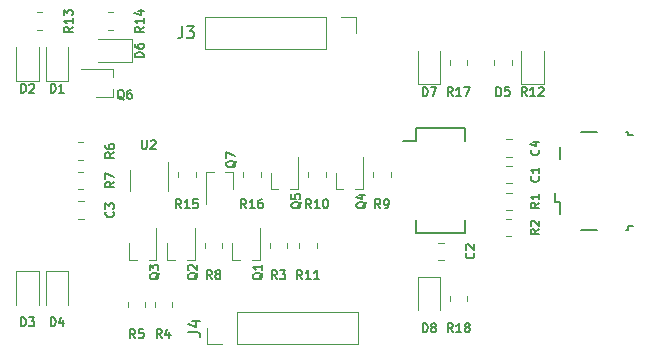
<source format=gbr>
%TF.GenerationSoftware,KiCad,Pcbnew,(6.0.7)*%
%TF.CreationDate,2023-04-03T16:37:46-04:00*%
%TF.ProjectId,minirib-usb,6d696e69-7269-4622-9d75-73622e6b6963,D*%
%TF.SameCoordinates,Original*%
%TF.FileFunction,Legend,Top*%
%TF.FilePolarity,Positive*%
%FSLAX46Y46*%
G04 Gerber Fmt 4.6, Leading zero omitted, Abs format (unit mm)*
G04 Created by KiCad (PCBNEW (6.0.7)) date 2023-04-03 16:37:46*
%MOMM*%
%LPD*%
G01*
G04 APERTURE LIST*
%ADD10C,0.150000*%
%ADD11C,0.120000*%
G04 APERTURE END LIST*
D10*
%TO.C,R10*%
X132517857Y-107339285D02*
X132267857Y-106982142D01*
X132089285Y-107339285D02*
X132089285Y-106589285D01*
X132375000Y-106589285D01*
X132446428Y-106625000D01*
X132482142Y-106660714D01*
X132517857Y-106732142D01*
X132517857Y-106839285D01*
X132482142Y-106910714D01*
X132446428Y-106946428D01*
X132375000Y-106982142D01*
X132089285Y-106982142D01*
X133232142Y-107339285D02*
X132803571Y-107339285D01*
X133017857Y-107339285D02*
X133017857Y-106589285D01*
X132946428Y-106696428D01*
X132875000Y-106767857D01*
X132803571Y-106803571D01*
X133696428Y-106589285D02*
X133767857Y-106589285D01*
X133839285Y-106625000D01*
X133875000Y-106660714D01*
X133910714Y-106732142D01*
X133946428Y-106875000D01*
X133946428Y-107053571D01*
X133910714Y-107196428D01*
X133875000Y-107267857D01*
X133839285Y-107303571D01*
X133767857Y-107339285D01*
X133696428Y-107339285D01*
X133625000Y-107303571D01*
X133589285Y-107267857D01*
X133553571Y-107196428D01*
X133517857Y-107053571D01*
X133517857Y-106875000D01*
X133553571Y-106732142D01*
X133589285Y-106660714D01*
X133625000Y-106625000D01*
X133696428Y-106589285D01*
%TO.C,D3*%
X107946428Y-117339285D02*
X107946428Y-116589285D01*
X108125000Y-116589285D01*
X108232142Y-116625000D01*
X108303571Y-116696428D01*
X108339285Y-116767857D01*
X108375000Y-116910714D01*
X108375000Y-117017857D01*
X108339285Y-117160714D01*
X108303571Y-117232142D01*
X108232142Y-117303571D01*
X108125000Y-117339285D01*
X107946428Y-117339285D01*
X108625000Y-116589285D02*
X109089285Y-116589285D01*
X108839285Y-116875000D01*
X108946428Y-116875000D01*
X109017857Y-116910714D01*
X109053571Y-116946428D01*
X109089285Y-117017857D01*
X109089285Y-117196428D01*
X109053571Y-117267857D01*
X109017857Y-117303571D01*
X108946428Y-117339285D01*
X108732142Y-117339285D01*
X108660714Y-117303571D01*
X108625000Y-117267857D01*
%TO.C,R3*%
X129625000Y-113339285D02*
X129375000Y-112982142D01*
X129196428Y-113339285D02*
X129196428Y-112589285D01*
X129482142Y-112589285D01*
X129553571Y-112625000D01*
X129589285Y-112660714D01*
X129625000Y-112732142D01*
X129625000Y-112839285D01*
X129589285Y-112910714D01*
X129553571Y-112946428D01*
X129482142Y-112982142D01*
X129196428Y-112982142D01*
X129875000Y-112589285D02*
X130339285Y-112589285D01*
X130089285Y-112875000D01*
X130196428Y-112875000D01*
X130267857Y-112910714D01*
X130303571Y-112946428D01*
X130339285Y-113017857D01*
X130339285Y-113196428D01*
X130303571Y-113267857D01*
X130267857Y-113303571D01*
X130196428Y-113339285D01*
X129982142Y-113339285D01*
X129910714Y-113303571D01*
X129875000Y-113267857D01*
%TO.C,J4*%
X122122380Y-117833333D02*
X122836666Y-117833333D01*
X122979523Y-117880952D01*
X123074761Y-117976190D01*
X123122380Y-118119047D01*
X123122380Y-118214285D01*
X122455714Y-116928571D02*
X123122380Y-116928571D01*
X122074761Y-117166666D02*
X122789047Y-117404761D01*
X122789047Y-116785714D01*
%TO.C,R1*%
X151839285Y-106875000D02*
X151482142Y-107125000D01*
X151839285Y-107303571D02*
X151089285Y-107303571D01*
X151089285Y-107017857D01*
X151125000Y-106946428D01*
X151160714Y-106910714D01*
X151232142Y-106875000D01*
X151339285Y-106875000D01*
X151410714Y-106910714D01*
X151446428Y-106946428D01*
X151482142Y-107017857D01*
X151482142Y-107303571D01*
X151839285Y-106160714D02*
X151839285Y-106589285D01*
X151839285Y-106375000D02*
X151089285Y-106375000D01*
X151196428Y-106446428D01*
X151267857Y-106517857D01*
X151303571Y-106589285D01*
%TO.C,R14*%
X118339285Y-91982142D02*
X117982142Y-92232142D01*
X118339285Y-92410714D02*
X117589285Y-92410714D01*
X117589285Y-92125000D01*
X117625000Y-92053571D01*
X117660714Y-92017857D01*
X117732142Y-91982142D01*
X117839285Y-91982142D01*
X117910714Y-92017857D01*
X117946428Y-92053571D01*
X117982142Y-92125000D01*
X117982142Y-92410714D01*
X118339285Y-91267857D02*
X118339285Y-91696428D01*
X118339285Y-91482142D02*
X117589285Y-91482142D01*
X117696428Y-91553571D01*
X117767857Y-91625000D01*
X117803571Y-91696428D01*
X117839285Y-90625000D02*
X118339285Y-90625000D01*
X117553571Y-90803571D02*
X118089285Y-90982142D01*
X118089285Y-90517857D01*
%TO.C,D7*%
X141946428Y-97839285D02*
X141946428Y-97089285D01*
X142125000Y-97089285D01*
X142232142Y-97125000D01*
X142303571Y-97196428D01*
X142339285Y-97267857D01*
X142375000Y-97410714D01*
X142375000Y-97517857D01*
X142339285Y-97660714D01*
X142303571Y-97732142D01*
X142232142Y-97803571D01*
X142125000Y-97839285D01*
X141946428Y-97839285D01*
X142625000Y-97089285D02*
X143125000Y-97089285D01*
X142803571Y-97839285D01*
%TO.C,U2*%
X118178571Y-101589285D02*
X118178571Y-102196428D01*
X118214285Y-102267857D01*
X118250000Y-102303571D01*
X118321428Y-102339285D01*
X118464285Y-102339285D01*
X118535714Y-102303571D01*
X118571428Y-102267857D01*
X118607142Y-102196428D01*
X118607142Y-101589285D01*
X118928571Y-101660714D02*
X118964285Y-101625000D01*
X119035714Y-101589285D01*
X119214285Y-101589285D01*
X119285714Y-101625000D01*
X119321428Y-101660714D01*
X119357142Y-101732142D01*
X119357142Y-101803571D01*
X119321428Y-101910714D01*
X118892857Y-102339285D01*
X119357142Y-102339285D01*
%TO.C,R13*%
X112339285Y-91982142D02*
X111982142Y-92232142D01*
X112339285Y-92410714D02*
X111589285Y-92410714D01*
X111589285Y-92125000D01*
X111625000Y-92053571D01*
X111660714Y-92017857D01*
X111732142Y-91982142D01*
X111839285Y-91982142D01*
X111910714Y-92017857D01*
X111946428Y-92053571D01*
X111982142Y-92125000D01*
X111982142Y-92410714D01*
X112339285Y-91267857D02*
X112339285Y-91696428D01*
X112339285Y-91482142D02*
X111589285Y-91482142D01*
X111696428Y-91553571D01*
X111767857Y-91625000D01*
X111803571Y-91696428D01*
X111589285Y-91017857D02*
X111589285Y-90553571D01*
X111875000Y-90803571D01*
X111875000Y-90696428D01*
X111910714Y-90625000D01*
X111946428Y-90589285D01*
X112017857Y-90553571D01*
X112196428Y-90553571D01*
X112267857Y-90589285D01*
X112303571Y-90625000D01*
X112339285Y-90696428D01*
X112339285Y-90910714D01*
X112303571Y-90982142D01*
X112267857Y-91017857D01*
%TO.C,Q2*%
X122910714Y-112821428D02*
X122875000Y-112892857D01*
X122803571Y-112964285D01*
X122696428Y-113071428D01*
X122660714Y-113142857D01*
X122660714Y-113214285D01*
X122839285Y-113178571D02*
X122803571Y-113250000D01*
X122732142Y-113321428D01*
X122589285Y-113357142D01*
X122339285Y-113357142D01*
X122196428Y-113321428D01*
X122125000Y-113250000D01*
X122089285Y-113178571D01*
X122089285Y-113035714D01*
X122125000Y-112964285D01*
X122196428Y-112892857D01*
X122339285Y-112857142D01*
X122589285Y-112857142D01*
X122732142Y-112892857D01*
X122803571Y-112964285D01*
X122839285Y-113035714D01*
X122839285Y-113178571D01*
X122160714Y-112571428D02*
X122125000Y-112535714D01*
X122089285Y-112464285D01*
X122089285Y-112285714D01*
X122125000Y-112214285D01*
X122160714Y-112178571D01*
X122232142Y-112142857D01*
X122303571Y-112142857D01*
X122410714Y-112178571D01*
X122839285Y-112607142D01*
X122839285Y-112142857D01*
%TO.C,D4*%
X110446428Y-117339285D02*
X110446428Y-116589285D01*
X110625000Y-116589285D01*
X110732142Y-116625000D01*
X110803571Y-116696428D01*
X110839285Y-116767857D01*
X110875000Y-116910714D01*
X110875000Y-117017857D01*
X110839285Y-117160714D01*
X110803571Y-117232142D01*
X110732142Y-117303571D01*
X110625000Y-117339285D01*
X110446428Y-117339285D01*
X111517857Y-116839285D02*
X111517857Y-117339285D01*
X111339285Y-116553571D02*
X111160714Y-117089285D01*
X111625000Y-117089285D01*
%TO.C,C2*%
X146267857Y-111125000D02*
X146303571Y-111160714D01*
X146339285Y-111267857D01*
X146339285Y-111339285D01*
X146303571Y-111446428D01*
X146232142Y-111517857D01*
X146160714Y-111553571D01*
X146017857Y-111589285D01*
X145910714Y-111589285D01*
X145767857Y-111553571D01*
X145696428Y-111517857D01*
X145625000Y-111446428D01*
X145589285Y-111339285D01*
X145589285Y-111267857D01*
X145625000Y-111160714D01*
X145660714Y-111125000D01*
X145660714Y-110839285D02*
X145625000Y-110803571D01*
X145589285Y-110732142D01*
X145589285Y-110553571D01*
X145625000Y-110482142D01*
X145660714Y-110446428D01*
X145732142Y-110410714D01*
X145803571Y-110410714D01*
X145910714Y-110446428D01*
X146339285Y-110875000D01*
X146339285Y-110410714D01*
%TO.C,R15*%
X121517857Y-107339285D02*
X121267857Y-106982142D01*
X121089285Y-107339285D02*
X121089285Y-106589285D01*
X121375000Y-106589285D01*
X121446428Y-106625000D01*
X121482142Y-106660714D01*
X121517857Y-106732142D01*
X121517857Y-106839285D01*
X121482142Y-106910714D01*
X121446428Y-106946428D01*
X121375000Y-106982142D01*
X121089285Y-106982142D01*
X122232142Y-107339285D02*
X121803571Y-107339285D01*
X122017857Y-107339285D02*
X122017857Y-106589285D01*
X121946428Y-106696428D01*
X121875000Y-106767857D01*
X121803571Y-106803571D01*
X122910714Y-106589285D02*
X122553571Y-106589285D01*
X122517857Y-106946428D01*
X122553571Y-106910714D01*
X122625000Y-106875000D01*
X122803571Y-106875000D01*
X122875000Y-106910714D01*
X122910714Y-106946428D01*
X122946428Y-107017857D01*
X122946428Y-107196428D01*
X122910714Y-107267857D01*
X122875000Y-107303571D01*
X122803571Y-107339285D01*
X122625000Y-107339285D01*
X122553571Y-107303571D01*
X122517857Y-107267857D01*
%TO.C,R7*%
X115839285Y-105125000D02*
X115482142Y-105375000D01*
X115839285Y-105553571D02*
X115089285Y-105553571D01*
X115089285Y-105267857D01*
X115125000Y-105196428D01*
X115160714Y-105160714D01*
X115232142Y-105125000D01*
X115339285Y-105125000D01*
X115410714Y-105160714D01*
X115446428Y-105196428D01*
X115482142Y-105267857D01*
X115482142Y-105553571D01*
X115089285Y-104875000D02*
X115089285Y-104375000D01*
X115839285Y-104696428D01*
%TO.C,R6*%
X115839285Y-102625000D02*
X115482142Y-102875000D01*
X115839285Y-103053571D02*
X115089285Y-103053571D01*
X115089285Y-102767857D01*
X115125000Y-102696428D01*
X115160714Y-102660714D01*
X115232142Y-102625000D01*
X115339285Y-102625000D01*
X115410714Y-102660714D01*
X115446428Y-102696428D01*
X115482142Y-102767857D01*
X115482142Y-103053571D01*
X115089285Y-101982142D02*
X115089285Y-102125000D01*
X115125000Y-102196428D01*
X115160714Y-102232142D01*
X115267857Y-102303571D01*
X115410714Y-102339285D01*
X115696428Y-102339285D01*
X115767857Y-102303571D01*
X115803571Y-102267857D01*
X115839285Y-102196428D01*
X115839285Y-102053571D01*
X115803571Y-101982142D01*
X115767857Y-101946428D01*
X115696428Y-101910714D01*
X115517857Y-101910714D01*
X115446428Y-101946428D01*
X115410714Y-101982142D01*
X115375000Y-102053571D01*
X115375000Y-102196428D01*
X115410714Y-102267857D01*
X115446428Y-102303571D01*
X115517857Y-102339285D01*
%TO.C,R5*%
X117625000Y-118339285D02*
X117375000Y-117982142D01*
X117196428Y-118339285D02*
X117196428Y-117589285D01*
X117482142Y-117589285D01*
X117553571Y-117625000D01*
X117589285Y-117660714D01*
X117625000Y-117732142D01*
X117625000Y-117839285D01*
X117589285Y-117910714D01*
X117553571Y-117946428D01*
X117482142Y-117982142D01*
X117196428Y-117982142D01*
X118303571Y-117589285D02*
X117946428Y-117589285D01*
X117910714Y-117946428D01*
X117946428Y-117910714D01*
X118017857Y-117875000D01*
X118196428Y-117875000D01*
X118267857Y-117910714D01*
X118303571Y-117946428D01*
X118339285Y-118017857D01*
X118339285Y-118196428D01*
X118303571Y-118267857D01*
X118267857Y-118303571D01*
X118196428Y-118339285D01*
X118017857Y-118339285D01*
X117946428Y-118303571D01*
X117910714Y-118267857D01*
%TO.C,D6*%
X118339285Y-94553571D02*
X117589285Y-94553571D01*
X117589285Y-94375000D01*
X117625000Y-94267857D01*
X117696428Y-94196428D01*
X117767857Y-94160714D01*
X117910714Y-94125000D01*
X118017857Y-94125000D01*
X118160714Y-94160714D01*
X118232142Y-94196428D01*
X118303571Y-94267857D01*
X118339285Y-94375000D01*
X118339285Y-94553571D01*
X117589285Y-93482142D02*
X117589285Y-93625000D01*
X117625000Y-93696428D01*
X117660714Y-93732142D01*
X117767857Y-93803571D01*
X117910714Y-93839285D01*
X118196428Y-93839285D01*
X118267857Y-93803571D01*
X118303571Y-93767857D01*
X118339285Y-93696428D01*
X118339285Y-93553571D01*
X118303571Y-93482142D01*
X118267857Y-93446428D01*
X118196428Y-93410714D01*
X118017857Y-93410714D01*
X117946428Y-93446428D01*
X117910714Y-93482142D01*
X117875000Y-93553571D01*
X117875000Y-93696428D01*
X117910714Y-93767857D01*
X117946428Y-93803571D01*
X118017857Y-93839285D01*
%TO.C,R12*%
X150767857Y-97839285D02*
X150517857Y-97482142D01*
X150339285Y-97839285D02*
X150339285Y-97089285D01*
X150625000Y-97089285D01*
X150696428Y-97125000D01*
X150732142Y-97160714D01*
X150767857Y-97232142D01*
X150767857Y-97339285D01*
X150732142Y-97410714D01*
X150696428Y-97446428D01*
X150625000Y-97482142D01*
X150339285Y-97482142D01*
X151482142Y-97839285D02*
X151053571Y-97839285D01*
X151267857Y-97839285D02*
X151267857Y-97089285D01*
X151196428Y-97196428D01*
X151125000Y-97267857D01*
X151053571Y-97303571D01*
X151767857Y-97160714D02*
X151803571Y-97125000D01*
X151875000Y-97089285D01*
X152053571Y-97089285D01*
X152125000Y-97125000D01*
X152160714Y-97160714D01*
X152196428Y-97232142D01*
X152196428Y-97303571D01*
X152160714Y-97410714D01*
X151732142Y-97839285D01*
X152196428Y-97839285D01*
%TO.C,R16*%
X127017857Y-107339285D02*
X126767857Y-106982142D01*
X126589285Y-107339285D02*
X126589285Y-106589285D01*
X126875000Y-106589285D01*
X126946428Y-106625000D01*
X126982142Y-106660714D01*
X127017857Y-106732142D01*
X127017857Y-106839285D01*
X126982142Y-106910714D01*
X126946428Y-106946428D01*
X126875000Y-106982142D01*
X126589285Y-106982142D01*
X127732142Y-107339285D02*
X127303571Y-107339285D01*
X127517857Y-107339285D02*
X127517857Y-106589285D01*
X127446428Y-106696428D01*
X127375000Y-106767857D01*
X127303571Y-106803571D01*
X128375000Y-106589285D02*
X128232142Y-106589285D01*
X128160714Y-106625000D01*
X128125000Y-106660714D01*
X128053571Y-106767857D01*
X128017857Y-106910714D01*
X128017857Y-107196428D01*
X128053571Y-107267857D01*
X128089285Y-107303571D01*
X128160714Y-107339285D01*
X128303571Y-107339285D01*
X128375000Y-107303571D01*
X128410714Y-107267857D01*
X128446428Y-107196428D01*
X128446428Y-107017857D01*
X128410714Y-106946428D01*
X128375000Y-106910714D01*
X128303571Y-106875000D01*
X128160714Y-106875000D01*
X128089285Y-106910714D01*
X128053571Y-106946428D01*
X128017857Y-107017857D01*
%TO.C,C3*%
X115767857Y-107625000D02*
X115803571Y-107660714D01*
X115839285Y-107767857D01*
X115839285Y-107839285D01*
X115803571Y-107946428D01*
X115732142Y-108017857D01*
X115660714Y-108053571D01*
X115517857Y-108089285D01*
X115410714Y-108089285D01*
X115267857Y-108053571D01*
X115196428Y-108017857D01*
X115125000Y-107946428D01*
X115089285Y-107839285D01*
X115089285Y-107767857D01*
X115125000Y-107660714D01*
X115160714Y-107625000D01*
X115089285Y-107375000D02*
X115089285Y-106910714D01*
X115375000Y-107160714D01*
X115375000Y-107053571D01*
X115410714Y-106982142D01*
X115446428Y-106946428D01*
X115517857Y-106910714D01*
X115696428Y-106910714D01*
X115767857Y-106946428D01*
X115803571Y-106982142D01*
X115839285Y-107053571D01*
X115839285Y-107267857D01*
X115803571Y-107339285D01*
X115767857Y-107375000D01*
%TO.C,R2*%
X151839285Y-109125000D02*
X151482142Y-109375000D01*
X151839285Y-109553571D02*
X151089285Y-109553571D01*
X151089285Y-109267857D01*
X151125000Y-109196428D01*
X151160714Y-109160714D01*
X151232142Y-109125000D01*
X151339285Y-109125000D01*
X151410714Y-109160714D01*
X151446428Y-109196428D01*
X151482142Y-109267857D01*
X151482142Y-109553571D01*
X151160714Y-108839285D02*
X151125000Y-108803571D01*
X151089285Y-108732142D01*
X151089285Y-108553571D01*
X151125000Y-108482142D01*
X151160714Y-108446428D01*
X151232142Y-108410714D01*
X151303571Y-108410714D01*
X151410714Y-108446428D01*
X151839285Y-108875000D01*
X151839285Y-108410714D01*
%TO.C,R11*%
X131767857Y-113339285D02*
X131517857Y-112982142D01*
X131339285Y-113339285D02*
X131339285Y-112589285D01*
X131625000Y-112589285D01*
X131696428Y-112625000D01*
X131732142Y-112660714D01*
X131767857Y-112732142D01*
X131767857Y-112839285D01*
X131732142Y-112910714D01*
X131696428Y-112946428D01*
X131625000Y-112982142D01*
X131339285Y-112982142D01*
X132482142Y-113339285D02*
X132053571Y-113339285D01*
X132267857Y-113339285D02*
X132267857Y-112589285D01*
X132196428Y-112696428D01*
X132125000Y-112767857D01*
X132053571Y-112803571D01*
X133196428Y-113339285D02*
X132767857Y-113339285D01*
X132982142Y-113339285D02*
X132982142Y-112589285D01*
X132910714Y-112696428D01*
X132839285Y-112767857D01*
X132767857Y-112803571D01*
%TO.C,R18*%
X144517857Y-117839285D02*
X144267857Y-117482142D01*
X144089285Y-117839285D02*
X144089285Y-117089285D01*
X144375000Y-117089285D01*
X144446428Y-117125000D01*
X144482142Y-117160714D01*
X144517857Y-117232142D01*
X144517857Y-117339285D01*
X144482142Y-117410714D01*
X144446428Y-117446428D01*
X144375000Y-117482142D01*
X144089285Y-117482142D01*
X145232142Y-117839285D02*
X144803571Y-117839285D01*
X145017857Y-117839285D02*
X145017857Y-117089285D01*
X144946428Y-117196428D01*
X144875000Y-117267857D01*
X144803571Y-117303571D01*
X145660714Y-117410714D02*
X145589285Y-117375000D01*
X145553571Y-117339285D01*
X145517857Y-117267857D01*
X145517857Y-117232142D01*
X145553571Y-117160714D01*
X145589285Y-117125000D01*
X145660714Y-117089285D01*
X145803571Y-117089285D01*
X145875000Y-117125000D01*
X145910714Y-117160714D01*
X145946428Y-117232142D01*
X145946428Y-117267857D01*
X145910714Y-117339285D01*
X145875000Y-117375000D01*
X145803571Y-117410714D01*
X145660714Y-117410714D01*
X145589285Y-117446428D01*
X145553571Y-117482142D01*
X145517857Y-117553571D01*
X145517857Y-117696428D01*
X145553571Y-117767857D01*
X145589285Y-117803571D01*
X145660714Y-117839285D01*
X145803571Y-117839285D01*
X145875000Y-117803571D01*
X145910714Y-117767857D01*
X145946428Y-117696428D01*
X145946428Y-117553571D01*
X145910714Y-117482142D01*
X145875000Y-117446428D01*
X145803571Y-117410714D01*
%TO.C,Q3*%
X119660714Y-112821428D02*
X119625000Y-112892857D01*
X119553571Y-112964285D01*
X119446428Y-113071428D01*
X119410714Y-113142857D01*
X119410714Y-113214285D01*
X119589285Y-113178571D02*
X119553571Y-113250000D01*
X119482142Y-113321428D01*
X119339285Y-113357142D01*
X119089285Y-113357142D01*
X118946428Y-113321428D01*
X118875000Y-113250000D01*
X118839285Y-113178571D01*
X118839285Y-113035714D01*
X118875000Y-112964285D01*
X118946428Y-112892857D01*
X119089285Y-112857142D01*
X119339285Y-112857142D01*
X119482142Y-112892857D01*
X119553571Y-112964285D01*
X119589285Y-113035714D01*
X119589285Y-113178571D01*
X118839285Y-112607142D02*
X118839285Y-112142857D01*
X119125000Y-112392857D01*
X119125000Y-112285714D01*
X119160714Y-112214285D01*
X119196428Y-112178571D01*
X119267857Y-112142857D01*
X119446428Y-112142857D01*
X119517857Y-112178571D01*
X119553571Y-112214285D01*
X119589285Y-112285714D01*
X119589285Y-112500000D01*
X119553571Y-112571428D01*
X119517857Y-112607142D01*
%TO.C,C1*%
X151767857Y-104625000D02*
X151803571Y-104660714D01*
X151839285Y-104767857D01*
X151839285Y-104839285D01*
X151803571Y-104946428D01*
X151732142Y-105017857D01*
X151660714Y-105053571D01*
X151517857Y-105089285D01*
X151410714Y-105089285D01*
X151267857Y-105053571D01*
X151196428Y-105017857D01*
X151125000Y-104946428D01*
X151089285Y-104839285D01*
X151089285Y-104767857D01*
X151125000Y-104660714D01*
X151160714Y-104625000D01*
X151839285Y-103910714D02*
X151839285Y-104339285D01*
X151839285Y-104125000D02*
X151089285Y-104125000D01*
X151196428Y-104196428D01*
X151267857Y-104267857D01*
X151303571Y-104339285D01*
%TO.C,J3*%
X121591666Y-91952380D02*
X121591666Y-92666666D01*
X121544047Y-92809523D01*
X121448809Y-92904761D01*
X121305952Y-92952380D01*
X121210714Y-92952380D01*
X121972619Y-91952380D02*
X122591666Y-91952380D01*
X122258333Y-92333333D01*
X122401190Y-92333333D01*
X122496428Y-92380952D01*
X122544047Y-92428571D01*
X122591666Y-92523809D01*
X122591666Y-92761904D01*
X122544047Y-92857142D01*
X122496428Y-92904761D01*
X122401190Y-92952380D01*
X122115476Y-92952380D01*
X122020238Y-92904761D01*
X121972619Y-92857142D01*
%TO.C,Q1*%
X128410714Y-112821428D02*
X128375000Y-112892857D01*
X128303571Y-112964285D01*
X128196428Y-113071428D01*
X128160714Y-113142857D01*
X128160714Y-113214285D01*
X128339285Y-113178571D02*
X128303571Y-113250000D01*
X128232142Y-113321428D01*
X128089285Y-113357142D01*
X127839285Y-113357142D01*
X127696428Y-113321428D01*
X127625000Y-113250000D01*
X127589285Y-113178571D01*
X127589285Y-113035714D01*
X127625000Y-112964285D01*
X127696428Y-112892857D01*
X127839285Y-112857142D01*
X128089285Y-112857142D01*
X128232142Y-112892857D01*
X128303571Y-112964285D01*
X128339285Y-113035714D01*
X128339285Y-113178571D01*
X128339285Y-112142857D02*
X128339285Y-112571428D01*
X128339285Y-112357142D02*
X127589285Y-112357142D01*
X127696428Y-112428571D01*
X127767857Y-112500000D01*
X127803571Y-112571428D01*
%TO.C,R17*%
X144517857Y-97839285D02*
X144267857Y-97482142D01*
X144089285Y-97839285D02*
X144089285Y-97089285D01*
X144375000Y-97089285D01*
X144446428Y-97125000D01*
X144482142Y-97160714D01*
X144517857Y-97232142D01*
X144517857Y-97339285D01*
X144482142Y-97410714D01*
X144446428Y-97446428D01*
X144375000Y-97482142D01*
X144089285Y-97482142D01*
X145232142Y-97839285D02*
X144803571Y-97839285D01*
X145017857Y-97839285D02*
X145017857Y-97089285D01*
X144946428Y-97196428D01*
X144875000Y-97267857D01*
X144803571Y-97303571D01*
X145482142Y-97089285D02*
X145982142Y-97089285D01*
X145660714Y-97839285D01*
%TO.C,D2*%
X107946428Y-97564285D02*
X107946428Y-96814285D01*
X108125000Y-96814285D01*
X108232142Y-96850000D01*
X108303571Y-96921428D01*
X108339285Y-96992857D01*
X108375000Y-97135714D01*
X108375000Y-97242857D01*
X108339285Y-97385714D01*
X108303571Y-97457142D01*
X108232142Y-97528571D01*
X108125000Y-97564285D01*
X107946428Y-97564285D01*
X108660714Y-96885714D02*
X108696428Y-96850000D01*
X108767857Y-96814285D01*
X108946428Y-96814285D01*
X109017857Y-96850000D01*
X109053571Y-96885714D01*
X109089285Y-96957142D01*
X109089285Y-97028571D01*
X109053571Y-97135714D01*
X108625000Y-97564285D01*
X109089285Y-97564285D01*
%TO.C,Q6*%
X116678571Y-98160714D02*
X116607142Y-98125000D01*
X116535714Y-98053571D01*
X116428571Y-97946428D01*
X116357142Y-97910714D01*
X116285714Y-97910714D01*
X116321428Y-98089285D02*
X116250000Y-98053571D01*
X116178571Y-97982142D01*
X116142857Y-97839285D01*
X116142857Y-97589285D01*
X116178571Y-97446428D01*
X116250000Y-97375000D01*
X116321428Y-97339285D01*
X116464285Y-97339285D01*
X116535714Y-97375000D01*
X116607142Y-97446428D01*
X116642857Y-97589285D01*
X116642857Y-97839285D01*
X116607142Y-97982142D01*
X116535714Y-98053571D01*
X116464285Y-98089285D01*
X116321428Y-98089285D01*
X117285714Y-97339285D02*
X117142857Y-97339285D01*
X117071428Y-97375000D01*
X117035714Y-97410714D01*
X116964285Y-97517857D01*
X116928571Y-97660714D01*
X116928571Y-97946428D01*
X116964285Y-98017857D01*
X117000000Y-98053571D01*
X117071428Y-98089285D01*
X117214285Y-98089285D01*
X117285714Y-98053571D01*
X117321428Y-98017857D01*
X117357142Y-97946428D01*
X117357142Y-97767857D01*
X117321428Y-97696428D01*
X117285714Y-97660714D01*
X117214285Y-97625000D01*
X117071428Y-97625000D01*
X117000000Y-97660714D01*
X116964285Y-97696428D01*
X116928571Y-97767857D01*
%TO.C,Q4*%
X137160714Y-106821428D02*
X137125000Y-106892857D01*
X137053571Y-106964285D01*
X136946428Y-107071428D01*
X136910714Y-107142857D01*
X136910714Y-107214285D01*
X137089285Y-107178571D02*
X137053571Y-107250000D01*
X136982142Y-107321428D01*
X136839285Y-107357142D01*
X136589285Y-107357142D01*
X136446428Y-107321428D01*
X136375000Y-107250000D01*
X136339285Y-107178571D01*
X136339285Y-107035714D01*
X136375000Y-106964285D01*
X136446428Y-106892857D01*
X136589285Y-106857142D01*
X136839285Y-106857142D01*
X136982142Y-106892857D01*
X137053571Y-106964285D01*
X137089285Y-107035714D01*
X137089285Y-107178571D01*
X136589285Y-106214285D02*
X137089285Y-106214285D01*
X136303571Y-106392857D02*
X136839285Y-106571428D01*
X136839285Y-106107142D01*
%TO.C,Q5*%
X131660714Y-106821428D02*
X131625000Y-106892857D01*
X131553571Y-106964285D01*
X131446428Y-107071428D01*
X131410714Y-107142857D01*
X131410714Y-107214285D01*
X131589285Y-107178571D02*
X131553571Y-107250000D01*
X131482142Y-107321428D01*
X131339285Y-107357142D01*
X131089285Y-107357142D01*
X130946428Y-107321428D01*
X130875000Y-107250000D01*
X130839285Y-107178571D01*
X130839285Y-107035714D01*
X130875000Y-106964285D01*
X130946428Y-106892857D01*
X131089285Y-106857142D01*
X131339285Y-106857142D01*
X131482142Y-106892857D01*
X131553571Y-106964285D01*
X131589285Y-107035714D01*
X131589285Y-107178571D01*
X130839285Y-106178571D02*
X130839285Y-106535714D01*
X131196428Y-106571428D01*
X131160714Y-106535714D01*
X131125000Y-106464285D01*
X131125000Y-106285714D01*
X131160714Y-106214285D01*
X131196428Y-106178571D01*
X131267857Y-106142857D01*
X131446428Y-106142857D01*
X131517857Y-106178571D01*
X131553571Y-106214285D01*
X131589285Y-106285714D01*
X131589285Y-106464285D01*
X131553571Y-106535714D01*
X131517857Y-106571428D01*
%TO.C,D1*%
X110446428Y-97564285D02*
X110446428Y-96814285D01*
X110625000Y-96814285D01*
X110732142Y-96850000D01*
X110803571Y-96921428D01*
X110839285Y-96992857D01*
X110875000Y-97135714D01*
X110875000Y-97242857D01*
X110839285Y-97385714D01*
X110803571Y-97457142D01*
X110732142Y-97528571D01*
X110625000Y-97564285D01*
X110446428Y-97564285D01*
X111589285Y-97564285D02*
X111160714Y-97564285D01*
X111375000Y-97564285D02*
X111375000Y-96814285D01*
X111303571Y-96921428D01*
X111232142Y-96992857D01*
X111160714Y-97028571D01*
%TO.C,C4*%
X151767857Y-102375000D02*
X151803571Y-102410714D01*
X151839285Y-102517857D01*
X151839285Y-102589285D01*
X151803571Y-102696428D01*
X151732142Y-102767857D01*
X151660714Y-102803571D01*
X151517857Y-102839285D01*
X151410714Y-102839285D01*
X151267857Y-102803571D01*
X151196428Y-102767857D01*
X151125000Y-102696428D01*
X151089285Y-102589285D01*
X151089285Y-102517857D01*
X151125000Y-102410714D01*
X151160714Y-102375000D01*
X151339285Y-101732142D02*
X151839285Y-101732142D01*
X151053571Y-101910714D02*
X151589285Y-102089285D01*
X151589285Y-101625000D01*
%TO.C,D5*%
X148196428Y-97839285D02*
X148196428Y-97089285D01*
X148375000Y-97089285D01*
X148482142Y-97125000D01*
X148553571Y-97196428D01*
X148589285Y-97267857D01*
X148625000Y-97410714D01*
X148625000Y-97517857D01*
X148589285Y-97660714D01*
X148553571Y-97732142D01*
X148482142Y-97803571D01*
X148375000Y-97839285D01*
X148196428Y-97839285D01*
X149303571Y-97089285D02*
X148946428Y-97089285D01*
X148910714Y-97446428D01*
X148946428Y-97410714D01*
X149017857Y-97375000D01*
X149196428Y-97375000D01*
X149267857Y-97410714D01*
X149303571Y-97446428D01*
X149339285Y-97517857D01*
X149339285Y-97696428D01*
X149303571Y-97767857D01*
X149267857Y-97803571D01*
X149196428Y-97839285D01*
X149017857Y-97839285D01*
X148946428Y-97803571D01*
X148910714Y-97767857D01*
%TO.C,Q7*%
X126160714Y-103321428D02*
X126125000Y-103392857D01*
X126053571Y-103464285D01*
X125946428Y-103571428D01*
X125910714Y-103642857D01*
X125910714Y-103714285D01*
X126089285Y-103678571D02*
X126053571Y-103750000D01*
X125982142Y-103821428D01*
X125839285Y-103857142D01*
X125589285Y-103857142D01*
X125446428Y-103821428D01*
X125375000Y-103750000D01*
X125339285Y-103678571D01*
X125339285Y-103535714D01*
X125375000Y-103464285D01*
X125446428Y-103392857D01*
X125589285Y-103357142D01*
X125839285Y-103357142D01*
X125982142Y-103392857D01*
X126053571Y-103464285D01*
X126089285Y-103535714D01*
X126089285Y-103678571D01*
X125339285Y-103107142D02*
X125339285Y-102607142D01*
X126089285Y-102928571D01*
%TO.C,R9*%
X138375000Y-107339285D02*
X138125000Y-106982142D01*
X137946428Y-107339285D02*
X137946428Y-106589285D01*
X138232142Y-106589285D01*
X138303571Y-106625000D01*
X138339285Y-106660714D01*
X138375000Y-106732142D01*
X138375000Y-106839285D01*
X138339285Y-106910714D01*
X138303571Y-106946428D01*
X138232142Y-106982142D01*
X137946428Y-106982142D01*
X138732142Y-107339285D02*
X138875000Y-107339285D01*
X138946428Y-107303571D01*
X138982142Y-107267857D01*
X139053571Y-107160714D01*
X139089285Y-107017857D01*
X139089285Y-106732142D01*
X139053571Y-106660714D01*
X139017857Y-106625000D01*
X138946428Y-106589285D01*
X138803571Y-106589285D01*
X138732142Y-106625000D01*
X138696428Y-106660714D01*
X138660714Y-106732142D01*
X138660714Y-106910714D01*
X138696428Y-106982142D01*
X138732142Y-107017857D01*
X138803571Y-107053571D01*
X138946428Y-107053571D01*
X139017857Y-107017857D01*
X139053571Y-106982142D01*
X139089285Y-106910714D01*
%TO.C,R4*%
X119875000Y-118339285D02*
X119625000Y-117982142D01*
X119446428Y-118339285D02*
X119446428Y-117589285D01*
X119732142Y-117589285D01*
X119803571Y-117625000D01*
X119839285Y-117660714D01*
X119875000Y-117732142D01*
X119875000Y-117839285D01*
X119839285Y-117910714D01*
X119803571Y-117946428D01*
X119732142Y-117982142D01*
X119446428Y-117982142D01*
X120517857Y-117839285D02*
X120517857Y-118339285D01*
X120339285Y-117553571D02*
X120160714Y-118089285D01*
X120625000Y-118089285D01*
%TO.C,D8*%
X141946428Y-117839285D02*
X141946428Y-117089285D01*
X142125000Y-117089285D01*
X142232142Y-117125000D01*
X142303571Y-117196428D01*
X142339285Y-117267857D01*
X142375000Y-117410714D01*
X142375000Y-117517857D01*
X142339285Y-117660714D01*
X142303571Y-117732142D01*
X142232142Y-117803571D01*
X142125000Y-117839285D01*
X141946428Y-117839285D01*
X142803571Y-117410714D02*
X142732142Y-117375000D01*
X142696428Y-117339285D01*
X142660714Y-117267857D01*
X142660714Y-117232142D01*
X142696428Y-117160714D01*
X142732142Y-117125000D01*
X142803571Y-117089285D01*
X142946428Y-117089285D01*
X143017857Y-117125000D01*
X143053571Y-117160714D01*
X143089285Y-117232142D01*
X143089285Y-117267857D01*
X143053571Y-117339285D01*
X143017857Y-117375000D01*
X142946428Y-117410714D01*
X142803571Y-117410714D01*
X142732142Y-117446428D01*
X142696428Y-117482142D01*
X142660714Y-117553571D01*
X142660714Y-117696428D01*
X142696428Y-117767857D01*
X142732142Y-117803571D01*
X142803571Y-117839285D01*
X142946428Y-117839285D01*
X143017857Y-117803571D01*
X143053571Y-117767857D01*
X143089285Y-117696428D01*
X143089285Y-117553571D01*
X143053571Y-117482142D01*
X143017857Y-117446428D01*
X142946428Y-117410714D01*
%TO.C,R8*%
X124125000Y-113339285D02*
X123875000Y-112982142D01*
X123696428Y-113339285D02*
X123696428Y-112589285D01*
X123982142Y-112589285D01*
X124053571Y-112625000D01*
X124089285Y-112660714D01*
X124125000Y-112732142D01*
X124125000Y-112839285D01*
X124089285Y-112910714D01*
X124053571Y-112946428D01*
X123982142Y-112982142D01*
X123696428Y-112982142D01*
X124553571Y-112910714D02*
X124482142Y-112875000D01*
X124446428Y-112839285D01*
X124410714Y-112767857D01*
X124410714Y-112732142D01*
X124446428Y-112660714D01*
X124482142Y-112625000D01*
X124553571Y-112589285D01*
X124696428Y-112589285D01*
X124767857Y-112625000D01*
X124803571Y-112660714D01*
X124839285Y-112732142D01*
X124839285Y-112767857D01*
X124803571Y-112839285D01*
X124767857Y-112875000D01*
X124696428Y-112910714D01*
X124553571Y-112910714D01*
X124482142Y-112946428D01*
X124446428Y-112982142D01*
X124410714Y-113053571D01*
X124410714Y-113196428D01*
X124446428Y-113267857D01*
X124482142Y-113303571D01*
X124553571Y-113339285D01*
X124696428Y-113339285D01*
X124767857Y-113303571D01*
X124803571Y-113267857D01*
X124839285Y-113196428D01*
X124839285Y-113053571D01*
X124803571Y-112982142D01*
X124767857Y-112946428D01*
X124696428Y-112910714D01*
D11*
%TO.C,R10*%
X133735000Y-104727064D02*
X133735000Y-104272936D01*
X132265000Y-104727064D02*
X132265000Y-104272936D01*
%TO.C,D3*%
X107540000Y-112640000D02*
X107540000Y-115500000D01*
X109460000Y-112640000D02*
X107540000Y-112640000D01*
X109460000Y-115500000D02*
X109460000Y-112640000D01*
D10*
%TO.C,J1*%
X153175000Y-106800000D02*
X153600000Y-106800000D01*
X159150000Y-109150000D02*
X159300000Y-109150000D01*
X159750000Y-101150000D02*
X159300000Y-101150000D01*
X159300000Y-109150000D02*
X159300000Y-108850000D01*
X153600000Y-106800000D02*
X153600000Y-107800000D01*
X159300000Y-108850000D02*
X159750000Y-108850000D01*
X155350000Y-109150000D02*
X156750000Y-109150000D01*
X159300000Y-101150000D02*
X159300000Y-100850000D01*
X159300000Y-100850000D02*
X159150000Y-100850000D01*
X156750000Y-100850000D02*
X155350000Y-100850000D01*
X153600000Y-103200000D02*
X153600000Y-102200000D01*
X153175000Y-106075000D02*
X153175000Y-106800000D01*
D11*
%TO.C,R3*%
X130485000Y-110272936D02*
X130485000Y-110727064D01*
X129015000Y-110272936D02*
X129015000Y-110727064D01*
%TO.C,J4*%
X136490000Y-118830000D02*
X136490000Y-116170000D01*
X126270000Y-116170000D02*
X136490000Y-116170000D01*
X126270000Y-118830000D02*
X136490000Y-118830000D01*
X125000000Y-118830000D02*
X123670000Y-118830000D01*
X126270000Y-118830000D02*
X126270000Y-116170000D01*
X123670000Y-118830000D02*
X123670000Y-117500000D01*
%TO.C,R1*%
X149027936Y-106015000D02*
X149482064Y-106015000D01*
X149027936Y-107485000D02*
X149482064Y-107485000D01*
%TO.C,R14*%
X115272936Y-90765000D02*
X115727064Y-90765000D01*
X115272936Y-92235000D02*
X115727064Y-92235000D01*
%TO.C,D7*%
X141540000Y-94000000D02*
X141540000Y-96860000D01*
X143460000Y-96860000D02*
X143460000Y-94000000D01*
X141540000Y-96860000D02*
X143460000Y-96860000D01*
%TO.C,U2*%
X120360000Y-105900000D02*
X120360000Y-103450000D01*
X117140000Y-104100000D02*
X117140000Y-105900000D01*
%TO.C,R13*%
X109272936Y-90765000D02*
X109727064Y-90765000D01*
X109272936Y-92235000D02*
X109727064Y-92235000D01*
%TO.C,Q2*%
X122660000Y-111735000D02*
X122660000Y-109000000D01*
X121000000Y-111735000D02*
X120340000Y-111735000D01*
X120340000Y-110325000D02*
X120340000Y-111735000D01*
X122670000Y-111735000D02*
X122000000Y-111735000D01*
%TO.C,D4*%
X111960000Y-115500000D02*
X111960000Y-112640000D01*
X111960000Y-112640000D02*
X110040000Y-112640000D01*
X110040000Y-112640000D02*
X110040000Y-115500000D01*
%TO.C,C2*%
X143761252Y-111735000D02*
X143238748Y-111735000D01*
X143761252Y-110265000D02*
X143238748Y-110265000D01*
%TO.C,R15*%
X122735000Y-104727064D02*
X122735000Y-104272936D01*
X121265000Y-104727064D02*
X121265000Y-104272936D01*
%TO.C,R7*%
X112772936Y-105735000D02*
X113227064Y-105735000D01*
X112772936Y-104265000D02*
X113227064Y-104265000D01*
%TO.C,R6*%
X113227064Y-103235000D02*
X112772936Y-103235000D01*
X113227064Y-101765000D02*
X112772936Y-101765000D01*
%TO.C,R5*%
X118485000Y-115727064D02*
X118485000Y-115272936D01*
X117015000Y-115727064D02*
X117015000Y-115272936D01*
%TO.C,D6*%
X117360000Y-93040000D02*
X114500000Y-93040000D01*
X117360000Y-94960000D02*
X117360000Y-93040000D01*
X114500000Y-94960000D02*
X117360000Y-94960000D01*
%TO.C,R12*%
X148015000Y-94772936D02*
X148015000Y-95227064D01*
X149485000Y-94772936D02*
X149485000Y-95227064D01*
%TO.C,R16*%
X128235000Y-104272936D02*
X128235000Y-104727064D01*
X126765000Y-104272936D02*
X126765000Y-104727064D01*
%TO.C,C3*%
X112738748Y-106765000D02*
X113261252Y-106765000D01*
X112738748Y-108235000D02*
X113261252Y-108235000D01*
%TO.C,R2*%
X149477064Y-108265000D02*
X149022936Y-108265000D01*
X149477064Y-109735000D02*
X149022936Y-109735000D01*
%TO.C,R11*%
X132985000Y-110727064D02*
X132985000Y-110272936D01*
X131515000Y-110727064D02*
X131515000Y-110272936D01*
%TO.C,R18*%
X145735000Y-115227064D02*
X145735000Y-114772936D01*
X144265000Y-115227064D02*
X144265000Y-114772936D01*
%TO.C,Q3*%
X117090000Y-110325000D02*
X117090000Y-111735000D01*
X119410000Y-111735000D02*
X119410000Y-109000000D01*
X117750000Y-111735000D02*
X117090000Y-111735000D01*
X119420000Y-111735000D02*
X118750000Y-111735000D01*
%TO.C,C1*%
X149516252Y-103765000D02*
X148993748Y-103765000D01*
X149516252Y-105235000D02*
X148993748Y-105235000D01*
%TO.C,J3*%
X133730000Y-91170000D02*
X123510000Y-91170000D01*
X133730000Y-93830000D02*
X123510000Y-93830000D01*
X135000000Y-91170000D02*
X136330000Y-91170000D01*
X123510000Y-91170000D02*
X123510000Y-93830000D01*
X133730000Y-91170000D02*
X133730000Y-93830000D01*
X136330000Y-91170000D02*
X136330000Y-92500000D01*
%TO.C,Q1*%
X128170000Y-111735000D02*
X127500000Y-111735000D01*
X128160000Y-111735000D02*
X128160000Y-109000000D01*
X126500000Y-111735000D02*
X125840000Y-111735000D01*
X125840000Y-110325000D02*
X125840000Y-111735000D01*
%TO.C,R17*%
X145735000Y-94772936D02*
X145735000Y-95227064D01*
X144265000Y-94772936D02*
X144265000Y-95227064D01*
D10*
%TO.C,U1*%
X145575000Y-109470000D02*
X145575000Y-108360000D01*
X141425000Y-101630000D02*
X140300000Y-101630000D01*
X141425000Y-109470000D02*
X145575000Y-109470000D01*
X141425000Y-100520000D02*
X145575000Y-100520000D01*
X141425000Y-101630000D02*
X141425000Y-100520000D01*
X141425000Y-109470000D02*
X141425000Y-108360000D01*
X145575000Y-100520000D02*
X145575000Y-101630000D01*
D11*
%TO.C,D2*%
X107540000Y-93725000D02*
X107540000Y-96585000D01*
X109460000Y-96585000D02*
X109460000Y-93725000D01*
X107540000Y-96585000D02*
X109460000Y-96585000D01*
%TO.C,Q6*%
X115735000Y-97250000D02*
X115735000Y-97910000D01*
X115735000Y-95580000D02*
X115735000Y-96250000D01*
X115735000Y-95590000D02*
X113000000Y-95590000D01*
X114325000Y-97910000D02*
X115735000Y-97910000D01*
%TO.C,Q4*%
X134590000Y-104325000D02*
X134590000Y-105735000D01*
X136910000Y-105735000D02*
X136910000Y-103000000D01*
X136920000Y-105735000D02*
X136250000Y-105735000D01*
X135250000Y-105735000D02*
X134590000Y-105735000D01*
%TO.C,Q5*%
X129750000Y-105735000D02*
X129090000Y-105735000D01*
X129090000Y-104325000D02*
X129090000Y-105735000D01*
X131420000Y-105735000D02*
X130750000Y-105735000D01*
X131410000Y-105735000D02*
X131410000Y-103000000D01*
%TO.C,D1*%
X110040000Y-96585000D02*
X111960000Y-96585000D01*
X111960000Y-96585000D02*
X111960000Y-93725000D01*
X110040000Y-93725000D02*
X110040000Y-96585000D01*
%TO.C,C4*%
X149516252Y-102985000D02*
X148993748Y-102985000D01*
X149516252Y-101515000D02*
X148993748Y-101515000D01*
%TO.C,D5*%
X152210000Y-96860000D02*
X152210000Y-94000000D01*
X150290000Y-96860000D02*
X152210000Y-96860000D01*
X150290000Y-94000000D02*
X150290000Y-96860000D01*
%TO.C,Q7*%
X123590000Y-104265000D02*
X123590000Y-107000000D01*
X123580000Y-104265000D02*
X124250000Y-104265000D01*
X125250000Y-104265000D02*
X125910000Y-104265000D01*
X125910000Y-105675000D02*
X125910000Y-104265000D01*
%TO.C,R9*%
X137765000Y-104272936D02*
X137765000Y-104727064D01*
X139235000Y-104272936D02*
X139235000Y-104727064D01*
%TO.C,R4*%
X119265000Y-115727064D02*
X119265000Y-115272936D01*
X120735000Y-115727064D02*
X120735000Y-115272936D01*
%TO.C,D8*%
X143460000Y-113140000D02*
X141540000Y-113140000D01*
X143460000Y-116000000D02*
X143460000Y-113140000D01*
X141540000Y-113140000D02*
X141540000Y-116000000D01*
%TO.C,R8*%
X124985000Y-110272936D02*
X124985000Y-110727064D01*
X123515000Y-110272936D02*
X123515000Y-110727064D01*
%TD*%
M02*

</source>
